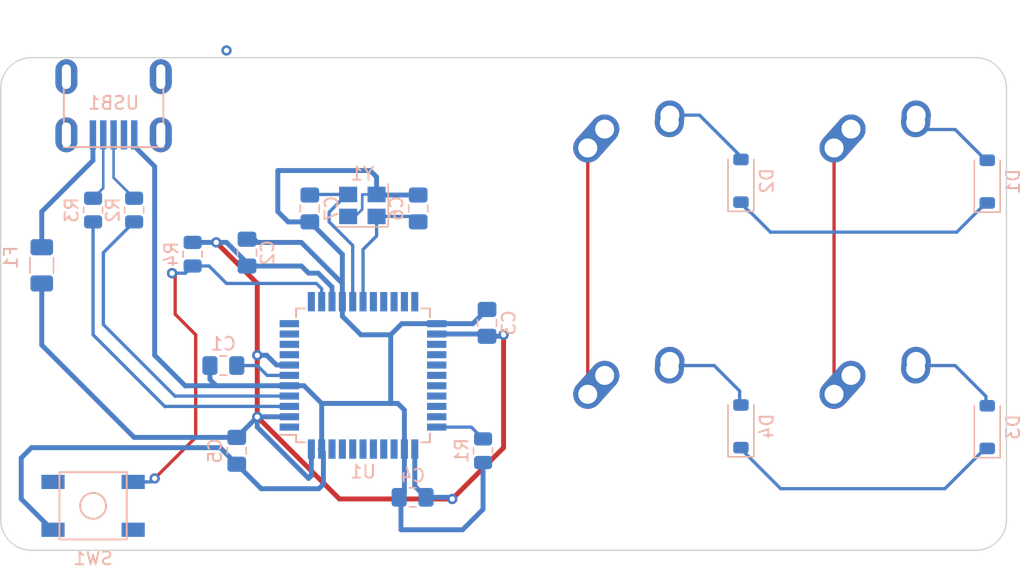
<source format=kicad_pcb>
(kicad_pcb (version 20221018) (generator pcbnew)
  (layers (0 "F.Cu" signal) (31 "B.Cu" signal) (34 "B.Paste" user) (35 "F.Paste" user) (36 "B.SilkS" user "B.Silkscreen") (37 "F.SilkS" user "F.Silkscreen") (38 "B.Mask" user) (39 "F.Mask" user) (44 "Edge.Cuts" user))
  (net 0 "")
  (net 1 "Net-(U1-UCAP)")
  (net 2 "GND")
  (net 3 "+5V")
  (net 4 "Net-(U1-XTAL1)")
  (net 5 "Net-(U1-XTAL2)")
  (net 6 "ROW0")
  (net 7 "Net-(D1-A)")
  (net 8 "Net-(D2-A)")
  (net 9 "ROW1")
  (net 10 "Net-(D3-A)")
  (net 11 "Net-(D4-A)")
  (net 12 "VCC")
  (net 13 "COL0")
  (net 14 "COL1")
  (net 15 "Net-(U1-~{HWB}{slash}PE2)")
  (net 16 "D +")
  (net 17 "Net-(U1-D+)")
  (net 18 "D -")
  (net 19 "Net-(U1-D-)")
  (net 20 "Net-(U1-~{RESET})")
  (footprint "MX_Alps_Hybrid:MX-1U-NoLED" (layer "F.Cu") (at 163.5125 104.775)
    (fp_text reference "MX2")
    (fp_text value "MX-NoLED")
    (pad "" np_thru_hole circle (at -5.08 0 48.0996) (size 1.75 1.75) (drill 1.75) (layers "*.Cu" "*.Mask"))
    (pad "" np_thru_hole circle (at 0 0) (size 3.9878 3.9878) (drill 3.9878) (layers "*.Cu" "*.Mask"))
    (pad "" np_thru_hole circle (at 5.08 0 48.0996) (size 1.75 1.75) (drill 1.75) (layers "*.Cu" "*.Mask"))
    (pad "1" thru_hole oval (at -3.81 -2.54 48.0996) (size 4.211556 2.25) (drill 1.47 (offset 0.980778 0)) (layers "*.Cu" "B.Mask") (net 14 "COL1"))
    (pad "1" thru_hole circle (at -2.5 -4) (size 2.25 2.25) (drill 1.47) (layers "*.Cu" "B.Mask") (net 14 "COL1"))
    (pad "2" thru_hole oval (at 2.5 -4.5 86.0548) (size 2.831378 2.25) (drill 1.47 (offset 0.290689 0)) (layers "*.Cu" "B.Mask") (net 8 "Net-(D2-A)"))
    (pad "2" thru_hole circle (at 2.54 -5.08) (size 2.25 2.25) (drill 1.47) (layers "*.Cu" "B.Mask") (net 8 "Net-(D2-A)"))
  )
  (footprint "MX_Alps_Hybrid:MX-1U-NoLED" (layer "F.Cu") (at 163.5125 123.825)
    (fp_text reference "MX4")
    (fp_text value "MX-NoLED")
    (pad "" np_thru_hole circle (at -5.08 0 48.0996) (size 1.75 1.75) (drill 1.75) (layers "*.Cu" "*.Mask"))
    (pad "" np_thru_hole circle (at 0 0) (size 3.9878 3.9878) (drill 3.9878) (layers "*.Cu" "*.Mask"))
    (pad "" np_thru_hole circle (at 5.08 0 48.0996) (size 1.75 1.75) (drill 1.75) (layers "*.Cu" "*.Mask"))
    (pad "1" thru_hole oval (at -3.81 -2.54 48.0996) (size 4.211556 2.25) (drill 1.47 (offset 0.980778 0)) (layers "*.Cu" "B.Mask") (net 14 "COL1"))
    (pad "1" thru_hole circle (at -2.5 -4) (size 2.25 2.25) (drill 1.47) (layers "*.Cu" "B.Mask") (net 14 "COL1"))
    (pad "2" thru_hole oval (at 2.5 -4.5 86.0548) (size 2.831378 2.25) (drill 1.47 (offset 0.290689 0)) (layers "*.Cu" "B.Mask") (net 11 "Net-(D4-A)"))
    (pad "2" thru_hole circle (at 2.54 -5.08) (size 2.25 2.25) (drill 1.47) (layers "*.Cu" "B.Mask") (net 11 "Net-(D4-A)"))
  )
  (footprint "MX_Alps_Hybrid:MX-1U-NoLED" (layer "F.Cu") (at 144.4625 123.825)
    (fp_text reference "MX3")
    (fp_text value "MX-NoLED")
    (pad "" np_thru_hole circle (at -5.08 0 48.0996) (size 1.75 1.75) (drill 1.75) (layers "*.Cu" "*.Mask"))
    (pad "" np_thru_hole circle (at 0 0) (size 3.9878 3.9878) (drill 3.9878) (layers "*.Cu" "*.Mask"))
    (pad "" np_thru_hole circle (at 5.08 0 48.0996) (size 1.75 1.75) (drill 1.75) (layers "*.Cu" "*.Mask"))
    (pad "1" thru_hole oval (at -3.81 -2.54 48.0996) (size 4.211556 2.25) (drill 1.47 (offset 0.980778 0)) (layers "*.Cu" "B.Mask") (net 13 "COL0"))
    (pad "1" thru_hole circle (at -2.5 -4) (size 2.25 2.25) (drill 1.47) (layers "*.Cu" "B.Mask") (net 13 "COL0"))
    (pad "2" thru_hole oval (at 2.5 -4.5 86.0548) (size 2.831378 2.25) (drill 1.47 (offset 0.290689 0)) (layers "*.Cu" "B.Mask") (net 10 "Net-(D3-A)"))
    (pad "2" thru_hole circle (at 2.54 -5.08) (size 2.25 2.25) (drill 1.47) (layers "*.Cu" "B.Mask") (net 10 "Net-(D3-A)"))
  )
  (footprint "MX_Alps_Hybrid:MX-1U-NoLED" (layer "F.Cu") (at 144.4625 104.775)
    (fp_text reference "MX1")
    (fp_text value "MX-NoLED")
    (pad "" np_thru_hole circle (at -5.08 0 48.0996) (size 1.75 1.75) (drill 1.75) (layers "*.Cu" "*.Mask"))
    (pad "" np_thru_hole circle (at 0 0) (size 3.9878 3.9878) (drill 3.9878) (layers "*.Cu" "*.Mask"))
    (pad "" np_thru_hole circle (at 5.08 0 48.0996) (size 1.75 1.75) (drill 1.75) (layers "*.Cu" "*.Mask"))
    (pad "1" thru_hole oval (at -3.81 -2.54 48.0996) (size 4.211556 2.25) (drill 1.47 (offset 0.980778 0)) (layers "*.Cu" "B.Mask") (net 13 "COL0"))
    (pad "1" thru_hole circle (at -2.5 -4) (size 2.25 2.25) (drill 1.47) (layers "*.Cu" "B.Mask") (net 13 "COL0"))
    (pad "2" thru_hole oval (at 2.5 -4.5 86.0548) (size 2.831378 2.25) (drill 1.47 (offset 0.290689 0)) (layers "*.Cu" "B.Mask") (net 7 "Net-(D1-A)"))
    (pad "2" thru_hole circle (at 2.54 -5.08) (size 2.25 2.25) (drill 1.47) (layers "*.Cu" "B.Mask") (net 7 "Net-(D1-A)"))
  )
  (footprint "Capacitor_SMD:C_0805_2012Metric_Pad1.18x1.45mm_HandSolder" (layer "B.Cu") (at 114.3 110.33125 90)
    (fp_text reference "C2" (at 0 1.5875 90) (layer "B.SilkS") (effects (justify mirror)))
    (fp_text value "0.1uF")
    (fp_line (start -0.261252 -0.735) (end 0.261252 -0.735) (stroke (width 0.12)) (layer "B.SilkS"))
    (fp_line (start -0.261252 0.735) (end 0.261252 0.735) (stroke (width 0.12)) (layer "B.SilkS"))
    (pad "1" smd roundrect (at -1.0375 0 90) (size 1.175 1.45) (layers "B.Cu" "B.Paste" "B.Mask") (roundrect_rratio 0.212766) (net 3 "+5V"))
    (pad "2" smd roundrect (at 1.0375 0 90) (size 1.175 1.45) (layers "B.Cu" "B.Paste" "B.Mask") (roundrect_rratio 0.212766) (net 2 "GND"))
  )
  (footprint "Capacitor_SMD:C_0805_2012Metric_Pad1.18x1.45mm_HandSolder" (layer "B.Cu") (at 127.53875 106.9125 -90)
    (fp_text reference "C6" (at 0 1.68 -270) (layer "B.SilkS") (effects (justify mirror)))
    (fp_text value "22pF")
    (fp_line (start -0.261252 -0.735) (end 0.261252 -0.735) (stroke (width 0.12)) (layer "B.SilkS"))
    (fp_line (start -0.261252 0.735) (end 0.261252 0.735) (stroke (width 0.12)) (layer "B.SilkS"))
    (pad "1" smd roundrect (at -1.0375 0 270) (size 1.175 1.45) (layers "B.Cu" "B.Paste" "B.Mask") (roundrect_rratio 0.212766) (net 2 "GND"))
    (pad "2" smd roundrect (at 1.0375 0 270) (size 1.175 1.45) (layers "B.Cu" "B.Paste" "B.Mask") (roundrect_rratio 0.212766) (net 4 "Net-(U1-XTAL1)"))
  )
  (footprint "Capacitor_SMD:C_0805_2012Metric_Pad1.18x1.45mm_HandSolder" (layer "B.Cu") (at 119.15675 106.9125 90)
    (fp_text reference "C7" (at 0 1.68 -270) (layer "B.SilkS") (effects (justify mirror)))
    (fp_text value "22pF")
    (fp_line (start -0.261252 -0.735) (end 0.261252 -0.735) (stroke (width 0.12)) (layer "B.SilkS"))
    (fp_line (start -0.261252 0.735) (end 0.261252 0.735) (stroke (width 0.12)) (layer "B.SilkS"))
    (pad "1" smd roundrect (at -1.0375 0 90) (size 1.175 1.45) (layers "B.Cu" "B.Paste" "B.Mask") (roundrect_rratio 0.212766) (net 2 "GND"))
    (pad "2" smd roundrect (at 1.0375 0 90) (size 1.175 1.45) (layers "B.Cu" "B.Paste" "B.Mask") (roundrect_rratio 0.212766) (net 5 "Net-(U1-XTAL2)"))
  )
  (footprint "Capacitor_SMD:C_0805_2012Metric_Pad1.18x1.45mm_HandSolder" (layer "B.Cu") (at 113.50625 125.65625 -90)
    (fp_text reference "C5" (at 0 1.68 -270) (layer "B.SilkS") (effects (justify mirror)))
    (fp_text value "10uF")
    (fp_line (start -0.261252 -0.735) (end 0.261252 -0.735) (stroke (width 0.12)) (layer "B.SilkS"))
    (fp_line (start -0.261252 0.735) (end 0.261252 0.735) (stroke (width 0.12)) (layer "B.SilkS"))
    (pad "1" smd roundrect (at -1.0375 0 270) (size 1.175 1.45) (layers "B.Cu" "B.Paste" "B.Mask") (roundrect_rratio 0.212766) (net 3 "+5V"))
    (pad "2" smd roundrect (at 1.0375 0 270) (size 1.175 1.45) (layers "B.Cu" "B.Paste" "B.Mask") (roundrect_rratio 0.212766) (net 2 "GND"))
  )
  (footprint "random-keyboard-parts:Molex-0548190589" (layer "B.Cu") (at 103.98125 96.71875 -90)
    (fp_text reference "USB1" (at 2.032 0 -360) (layer "B.SilkS") (effects (justify mirror)))
    (fp_text value "Molex-0548190589")
    (fp_line (start 0 -3.85) (end 5.45 -3.85) (stroke (width 0.15)) (layer "B.SilkS"))
    (fp_line (start 0 3.85) (end 5.45 3.85) (stroke (width 0.15)) (layer "B.SilkS"))
    (fp_line (start 5.45 3.85) (end 5.45 -3.85) (stroke (width 0.15)) (layer "B.SilkS"))
    (pad "1" smd rect (at 4.5 -1.6 270) (size 2.25 0.5) (layers "B.Cu" "B.Paste" "B.Mask") (net 2 "GND"))
    (pad "2" smd rect (at 4.5 -0.8 270) (size 2.25 0.5) (layers "B.Cu" "B.Paste" "B.Mask"))
    (pad "3" smd rect (at 4.5 0 270) (size 2.25 0.5) (layers "B.Cu" "B.Paste" "B.Mask") (net 16 "D +"))
    (pad "4" smd rect (at 4.5 0.8 270) (size 2.25 0.5) (layers "B.Cu" "B.Paste" "B.Mask") (net 18 "D -"))
    (pad "5" smd rect (at 4.5 1.6 270) (size 2.25 0.5) (layers "B.Cu" "B.Paste" "B.Mask") (net 12 "VCC"))
    (pad "6" thru_hole oval (at 0 -3.65 270) (size 2.7 1.7) (drill oval 1.9 0.7) (layers "*.Cu" "*.Mask"))
    (pad "6" thru_hole oval (at 0 3.65 270) (size 2.7 1.7) (drill oval 1.9 0.7) (layers "*.Cu" "*.Mask"))
    (pad "6" thru_hole oval (at 4.5 -3.65 270) (size 2.7 1.7) (drill oval 1.9 0.7) (layers "*.Cu" "*.Mask"))
    (pad "6" thru_hole oval (at 4.5 3.65 270) (size 2.7 1.7) (drill oval 1.9 0.7) (layers "*.Cu" "*.Mask"))
  )
  (footprint "Diode_SMD:D_SOD-123" (layer "B.Cu") (at 152.5 123.7625 90)
    (fp_text reference "D4" (at 0 2 90) (layer "B.SilkS") (effects (justify mirror)))
    (fp_text value "SOD-123")
    (fp_line (start -2.36 -1) (end 1.65 -1) (stroke (width 0.12)) (layer "B.SilkS"))
    (fp_line (start -2.36 1) (end -2.36 -1) (stroke (width 0.12)) (layer "B.SilkS"))
    (fp_line (start -2.36 1) (end 1.65 1) (stroke (width 0.12)) (layer "B.SilkS"))
    (pad "1" smd roundrect (at -1.65 0 90) (size 0.9 1.2) (layers "B.Cu" "B.Paste" "B.Mask") (net 9 "ROW1"))
    (pad "2" smd roundrect (at 1.65 0 90) (size 0.9 1.2) (layers "B.Cu" "B.Paste" "B.Mask") (net 11 "Net-(D4-A)"))
  )
  (footprint "Capacitor_SMD:C_0805_2012Metric_Pad1.18x1.45mm_HandSolder" (layer "B.Cu") (at 132.8625 115.7625 90)
    (fp_text reference "C3" (at 0 1.68 90) (layer "B.SilkS") (effects (justify mirror)))
    (fp_text value "0.1uF")
    (fp_line (start -0.261252 -0.735) (end 0.261252 -0.735) (stroke (width 0.12)) (layer "B.SilkS"))
    (fp_line (start -0.261252 0.735) (end 0.261252 0.735) (stroke (width 0.12)) (layer "B.SilkS"))
    (pad "1" smd roundrect (at -1.0375 0 90) (size 1.175 1.45) (layers "B.Cu" "B.Paste" "B.Mask") (roundrect_rratio 0.212766) (net 3 "+5V"))
    (pad "2" smd roundrect (at 1.0375 0 90) (size 1.175 1.45) (layers "B.Cu" "B.Paste" "B.Mask") (roundrect_rratio 0.212766) (net 2 "GND"))
  )
  (footprint "Diode_SMD:D_SOD-123" (layer "B.Cu") (at 171.55 104.8375 90)
    (fp_text reference "D1" (at 0 2 90) (layer "B.SilkS") (effects (justify mirror)))
    (fp_text value "SOD-123")
    (fp_line (start -2.36 -1) (end 1.65 -1) (stroke (width 0.12)) (layer "B.SilkS"))
    (fp_line (start -2.36 1) (end -2.36 -1) (stroke (width 0.12)) (layer "B.SilkS"))
    (fp_line (start -2.36 1) (end 1.65 1) (stroke (width 0.12)) (layer "B.SilkS"))
    (pad "1" smd roundrect (at -1.65 0 90) (size 0.9 1.2) (layers "B.Cu" "B.Paste" "B.Mask") (net 6 "ROW0"))
    (pad "2" smd roundrect (at 1.65 0 90) (size 0.9 1.2) (layers "B.Cu" "B.Paste" "B.Mask") (net 7 "Net-(D1-A)"))
  )
  (footprint "Resistor_SMD:R_0805_2012Metric" (layer "B.Cu") (at 105.56875 107.0375 -90)
    (fp_text reference "R2" (at 0 1.65 90) (layer "B.SilkS") (effects (justify mirror)))
    (fp_text value "22")
    (fp_line (start -0.227064 -0.735) (end 0.227064 -0.735) (stroke (width 0.12)) (layer "B.SilkS"))
    (fp_line (start -0.227064 0.735) (end 0.227064 0.735) (stroke (width 0.12)) (layer "B.SilkS"))
    (pad "1" smd roundrect (at -0.9125 0 270) (size 1.025 1.4) (layers "B.Cu" "B.Paste" "B.Mask") (roundrect_rratio 0.243902) (net 16 "D +"))
    (pad "2" smd roundrect (at 0.9125 0 270) (size 1.025 1.4) (layers "B.Cu" "B.Paste" "B.Mask") (roundrect_rratio 0.243902) (net 17 "Net-(U1-D+)"))
  )
  (footprint "Capacitor_SMD:C_0805_2012Metric_Pad1.18x1.45mm_HandSolder" (layer "B.Cu") (at 112.46875 119.0625 180)
    (fp_text reference "C1" (at 0 1.68) (layer "B.SilkS") (effects (justify mirror)))
    (fp_text value "1uF")
    (fp_line (start -0.261252 -0.735) (end 0.261252 -0.735) (stroke (width 0.12)) (layer "B.SilkS"))
    (fp_line (start -0.261252 0.735) (end 0.261252 0.735) (stroke (width 0.12)) (layer "B.SilkS"))
    (pad "1" smd roundrect (at -1.0375 0 180) (size 1.175 1.45) (layers "B.Cu" "B.Paste" "B.Mask") (roundrect_rratio 0.212766) (net 1 "Net-(U1-UCAP)"))
    (pad "2" smd roundrect (at 1.0375 0 180) (size 1.175 1.45) (layers "B.Cu" "B.Paste" "B.Mask") (roundrect_rratio 0.212766) (net 2 "GND"))
  )
  (footprint "Resistor_SMD:R_0805_2012Metric" (layer "B.Cu") (at 110.09375 110.45 -90)
    (fp_text reference "R4" (at 0 1.65 90) (layer "B.SilkS") (effects (justify mirror)))
    (fp_text value "10k")
    (fp_line (start -0.227064 -0.735) (end 0.227064 -0.735) (stroke (width 0.12)) (layer "B.SilkS"))
    (fp_line (start -0.227064 0.735) (end 0.227064 0.735) (stroke (width 0.12)) (layer "B.SilkS"))
    (pad "1" smd roundrect (at -0.9125 0 270) (size 1.025 1.4) (layers "B.Cu" "B.Paste" "B.Mask") (roundrect_rratio 0.243902) (net 3 "+5V"))
    (pad "2" smd roundrect (at 0.9125 0 270) (size 1.025 1.4) (layers "B.Cu" "B.Paste" "B.Mask") (roundrect_rratio 0.243902) (net 20 "Net-(U1-~{RESET})"))
  )
  (footprint "Diode_SMD:D_SOD-123" (layer "B.Cu") (at 152.5 104.775 90)
    (fp_text reference "D2" (at 0 2 90) (layer "B.SilkS") (effects (justify mirror)))
    (fp_text value "SOD-123")
    (fp_line (start -2.36 -1) (end 1.65 -1) (stroke (width 0.12)) (layer "B.SilkS"))
    (fp_line (start -2.36 1) (end -2.36 -1) (stroke (width 0.12)) (layer "B.SilkS"))
    (fp_line (start -2.36 1) (end 1.65 1) (stroke (width 0.12)) (layer "B.SilkS"))
    (pad "1" smd roundrect (at -1.65 0 90) (size 0.9 1.2) (layers "B.Cu" "B.Paste" "B.Mask") (net 6 "ROW0"))
    (pad "2" smd roundrect (at 1.65 0 90) (size 0.9 1.2) (layers "B.Cu" "B.Paste" "B.Mask") (net 8 "Net-(D2-A)"))
  )
  (footprint "Package_QFP:TQFP-44_10x10mm_P0.8mm" (layer "B.Cu") (at 123.274 119.82325)
    (fp_text reference "U1" (at 0 7.45 -360) (layer "B.SilkS") (effects (justify mirror)))
    (fp_text value "ATmega32U4-A")
    (fp_line (start -5.175 -5.175) (end -5.175 -4.5) (stroke (width 0.15)) (layer "B.SilkS"))
    (fp_line (start -5.175 -5.175) (end -4.5 -5.175) (stroke (width 0.15)) (layer "B.SilkS"))
    (fp_line (start -5.175 4.6) (end -6.45 4.6) (stroke (width 0.15)) (layer "B.SilkS"))
    (fp_line (start -5.175 5.175) (end -5.175 4.6) (stroke (width 0.15)) (layer "B.SilkS"))
    (fp_line (start -5.175 5.175) (end -4.5 5.175) (stroke (width 0.15)) (layer "B.SilkS"))
    (fp_line (start 5.175 -5.175) (end 4.5 -5.175) (stroke (width 0.15)) (layer "B.SilkS"))
    (fp_line (start 5.175 -5.175) (end 5.175 -4.5) (stroke (width 0.15)) (layer "B.SilkS"))
    (fp_line (start 5.175 5.175) (end 4.5 5.175) (stroke (width 0.15)) (layer "B.SilkS"))
    (fp_line (start 5.175 5.175) (end 5.175 4.5) (stroke (width 0.15)) (layer "B.SilkS"))
    (pad "1" smd rect (at -5.7 4) (size 1.5 0.55) (layers "B.Cu" "B.Paste" "B.Mask"))
    (pad "2" smd rect (at -5.7 3.2) (size 1.5 0.55) (layers "B.Cu" "B.Paste" "B.Mask") (net 3 "+5V"))
    (pad "3" smd rect (at -5.7 2.4) (size 1.5 0.55) (layers "B.Cu" "B.Paste" "B.Mask") (net 19 "Net-(U1-D-)"))
    (pad "4" smd rect (at -5.7 1.6) (size 1.5 0.55) (layers "B.Cu" "B.Paste" "B.Mask") (net 17 "Net-(U1-D+)"))
    (pad "5" smd rect (at -5.7 0.8) (size 1.5 0.55) (layers "B.Cu" "B.Paste" "B.Mask") (net 2 "GND"))
    (pad "6" smd rect (at -5.7 0) (size 1.5 0.55) (layers "B.Cu" "B.Paste" "B.Mask") (net 1 "Net-(U1-UCAP)"))
    (pad "7" smd rect (at -5.7 -0.8) (size 1.5 0.55) (layers "B.Cu" "B.Paste" "B.Mask") (net 3 "+5V"))
    (pad "8" smd rect (at -5.7 -1.6) (size 1.5 0.55) (layers "B.Cu" "B.Paste" "B.Mask"))
    (pad "9" smd rect (at -5.7 -2.4) (size 1.5 0.55) (layers "B.Cu" "B.Paste" "B.Mask"))
    (pad "10" smd rect (at -5.7 -3.2) (size 1.5 0.55) (layers "B.Cu" "B.Paste" "B.Mask"))
    (pad "11" smd rect (at -5.7 -4) (size 1.5 0.55) (layers "B.Cu" "B.Paste" "B.Mask"))
    (pad "12" smd rect (at -4 -5.7 270) (size 1.5 0.55) (layers "B.Cu" "B.Paste" "B.Mask"))
    (pad "13" smd rect (at -3.2 -5.7 270) (size 1.5 0.55) (layers "B.Cu" "B.Paste" "B.Mask") (net 20 "Net-(U1-~{RESET})"))
    (pad "14" smd rect (at -2.4 -5.7 270) (size 1.5 0.55) (layers "B.Cu" "B.Paste" "B.Mask") (net 3 "+5V"))
    (pad "15" smd rect (at -1.6 -5.7 270) (size 1.5 0.55) (layers "B.Cu" "B.Paste" "B.Mask") (net 2 "GND"))
    (pad "16" smd rect (at -0.8 -5.7 270) (size 1.5 0.55) (layers "B.Cu" "B.Paste" "B.Mask") (net 5 "Net-(U1-XTAL2)"))
    (pad "17" smd rect (at 0 -5.7 270) (size 1.5 0.55) (layers "B.Cu" "B.Paste" "B.Mask") (net 4 "Net-(U1-XTAL1)"))
    (pad "18" smd rect (at 0.8 -5.7 270) (size 1.5 0.55) (layers "B.Cu" "B.Paste" "B.Mask"))
    (pad "19" smd rect (at 1.6 -5.7 270) (size 1.5 0.55) (layers "B.Cu" "B.Paste" "B.Mask"))
    (pad "20" smd rect (at 2.4 -5.7 270) (size 1.5 0.55) (layers "B.Cu" "B.Paste" "B.Mask"))
    (pad "21" smd rect (at 3.2 -5.7 270) (size 1.5 0.55) (layers "B.Cu" "B.Paste" "B.Mask"))
    (pad "22" smd rect (at 4 -5.7 270) (size 1.5 0.55) (layers "B.Cu" "B.Paste" "B.Mask"))
    (pad "23" smd rect (at 5.7 -4) (size 1.5 0.55) (layers "B.Cu" "B.Paste" "B.Mask") (net 2 "GND"))
    (pad "24" smd rect (at 5.7 -3.2) (size 1.5 0.55) (layers "B.Cu" "B.Paste" "B.Mask") (net 3 "+5V"))
    (pad "25" smd rect (at 5.7 -2.4) (size 1.5 0.55) (layers "B.Cu" "B.Paste" "B.Mask"))
    (pad "26" smd rect (at 5.7 -1.6) (size 1.5 0.55) (layers "B.Cu" "B.Paste" "B.Mask"))
    (pad "27" smd rect (at 5.7 -0.8) (size 1.5 0.55) (layers "B.Cu" "B.Paste" "B.Mask"))
    (pad "28" smd rect (at 5.7 0) (size 1.5 0.55) (layers "B.Cu" "B.Paste" "B.Mask"))
    (pad "29" smd rect (at 5.7 0.8) (size 1.5 0.55) (layers "B.Cu" "B.Paste" "B.Mask"))
    (pad "30" smd rect (at 5.7 1.6) (size 1.5 0.55) (layers "B.Cu" "B.Paste" "B.Mask"))
    (pad "31" smd rect (at 5.7 2.4) (size 1.5 0.55) (layers "B.Cu" "B.Paste" "B.Mask"))
    (pad "32" smd rect (at 5.7 3.2) (size 1.5 0.55) (layers "B.Cu" "B.Paste" "B.Mask"))
    (pad "33" smd rect (at 5.7 4) (size 1.5 0.55) (layers "B.Cu" "B.Paste" "B.Mask") (net 15 "Net-(U1-~{HWB}{slash}PE2)"))
    (pad "34" smd rect (at 4 5.7 270) (size 1.5 0.55) (layers "B.Cu" "B.Paste" "B.Mask") (net 3 "+5V"))
    (pad "35" smd rect (at 3.2 5.7 270) (size 1.5 0.55) (layers "B.Cu" "B.Paste" "B.Mask") (net 2 "GND"))
    (pad "36" smd rect (at 2.4 5.7 270) (size 1.5 0.55) (layers "B.Cu" "B.Paste" "B.Mask"))
    (pad "37" smd rect (at 1.6 5.7 270) (size 1.5 0.55) (layers "B.Cu" "B.Paste" "B.Mask"))
    (pad "38" smd rect (at 0.8 5.7 270) (size 1.5 0.55) (layers "B.Cu" "B.Paste" "B.Mask"))
    (pad "39" smd rect (at 0 5.7 270) (size 1.5 0.55) (layers "B.Cu" "B.Paste" "B.Mask"))
    (pad "40" smd rect (at -0.8 5.7 270) (size 1.5 0.55) (layers "B.Cu" "B.Paste" "B.Mask"))
    (pad "41" smd rect (at -1.6 5.7 270) (size 1.5 0.55) (layers "B.Cu" "B.Paste" "B.Mask"))
    (pad "42" smd rect (at -2.4 5.7 270) (size 1.5 0.55) (layers "B.Cu" "B.Paste" "B.Mask"))
    (pad "43" smd rect (at -3.2 5.7 270) (size 1.5 0.55) (layers "B.Cu" "B.Paste" "B.Mask") (net 2 "GND"))
    (pad "44" smd rect (at -4 5.7 270) (size 1.5 0.55) (layers "B.Cu" "B.Paste" "B.Mask") (net 3 "+5V"))
  )
  (footprint "Fuse:Fuse_1206_3216Metric" (layer "B.Cu") (at 98.425 111.3125 -90)
    (fp_text reference "F1" (at -0.60625 2.38125 90) (layer "B.SilkS") (effects (justify mirror)))
    (fp_text value "500mA")
    (fp_line (start -0.602064 -0.91) (end 0.602064 -0.91) (stroke (width 0.12)) (layer "B.SilkS"))
    (fp_line (start -0.602064 0.91) (end 0.602064 0.91) (stroke (width 0.12)) (layer "B.SilkS"))
    (pad "1" smd roundrect (at -1.4 0 270) (size 1.25 1.75) (layers "B.Cu" "B.Paste" "B.Mask") (roundrect_rratio 0.2) (net 12 "VCC"))
    (pad "2" smd roundrect (at 1.4 0 270) (size 1.25 1.75) (layers "B.Cu" "B.Paste" "B.Mask") (roundrect_rratio 0.2) (net 3 "+5V"))
  )
  (footprint "Resistor_SMD:R_0805_2012Metric" (layer "B.Cu") (at 102.39375 107.0375 -90)
    (fp_text reference "R3" (at 0 1.65 90) (layer "B.SilkS") (effects (justify mirror)))
    (fp_text value "22")
    (fp_line (start -0.227064 -0.735) (end 0.227064 -0.735) (stroke (width 0.12)) (layer "B.SilkS"))
    (fp_line (start -0.227064 0.735) (end 0.227064 0.735) (stroke (width 0.12)) (layer "B.SilkS"))
    (pad "1" smd roundrect (at -0.9125 0 270) (size 1.025 1.4) (layers "B.Cu" "B.Paste" "B.Mask") (roundrect_rratio 0.243902) (net 18 "D -"))
    (pad "2" smd roundrect (at 0.9125 0 270) (size 1.025 1.4) (layers "B.Cu" "B.Paste" "B.Mask") (roundrect_rratio 0.243902) (net 19 "Net-(U1-D-)"))
  )
  (footprint "Resistor_SMD:R_0805_2012Metric" (layer "B.Cu") (at 132.55625 125.65 -90)
    (fp_text reference "R1" (at 0 1.65 90) (layer "B.SilkS") (effects (justify mirror)))
    (fp_text value "10k")
    (fp_line (start -0.227064 -0.735) (end 0.227064 -0.735) (stroke (width 0.12)) (layer "B.SilkS"))
    (fp_line (start -0.227064 0.735) (end 0.227064 0.735) (stroke (width 0.12)) (layer "B.SilkS"))
    (pad "1" smd roundrect (at -0.9125 0 270) (size 1.025 1.4) (layers "B.Cu" "B.Paste" "B.Mask") (roundrect_rratio 0.243902) (net 15 "Net-(U1-~{HWB}{slash}PE2)"))
    (pad "2" smd roundrect (at 0.9125 0 270) (size 1.025 1.4) (layers "B.Cu" "B.Paste" "B.Mask") (roundrect_rratio 0.243902) (net 2 "GND"))
  )
  (footprint "Diode_SMD:D_SOD-123" (layer "B.Cu") (at 171.55 123.825 90)
    (fp_text reference "D3" (at 0 2 90) (layer "B.SilkS") (effects (justify mirror)))
    (fp_text value "SOD-123")
    (fp_line (start -2.36 -1) (end 1.65 -1) (stroke (width 0.12)) (layer "B.SilkS"))
    (fp_line (start -2.36 1) (end -2.36 -1) (stroke (width 0.12)) (layer "B.SilkS"))
    (fp_line (start -2.36 1) (end 1.65 1) (stroke (width 0.12)) (layer "B.SilkS"))
    (pad "1" smd roundrect (at -1.65 0 90) (size 0.9 1.2) (layers "B.Cu" "B.Paste" "B.Mask") (net 9 "ROW1"))
    (pad "2" smd roundrect (at 1.65 0 90) (size 0.9 1.2) (layers "B.Cu" "B.Paste" "B.Mask") (net 10 "Net-(D3-A)"))
  )
  (footprint "Capacitor_SMD:C_0805_2012Metric_Pad1.18x1.45mm_HandSolder" (layer "B.Cu") (at 127.1055 129.25425 180)
    (fp_text reference "C4" (at 0 1.68 -360) (layer "B.SilkS") (effects (justify mirror)))
    (fp_text value "0.1uF")
    (fp_line (start -0.261252 -0.735) (end 0.261252 -0.735) (stroke (width 0.12)) (layer "B.SilkS"))
    (fp_line (start -0.261252 0.735) (end 0.261252 0.735) (stroke (width 0.12)) (layer "B.SilkS"))
    (pad "1" smd roundrect (at -1.0375 0 180) (size 1.175 1.45) (layers "B.Cu" "B.Paste" "B.Mask") (roundrect_rratio 0.212766) (net 3 "+5V"))
    (pad "2" smd roundrect (at 1.0375 0 180) (size 1.175 1.45) (layers "B.Cu" "B.Paste" "B.Mask") (roundrect_rratio 0.212766) (net 2 "GND"))
  )
  (footprint "random-keyboard-parts:SKQG-1155865" (layer "B.Cu") (at 102.39375 129.9125 180)
    (fp_text reference "SW1" (at 0 -4.064) (layer "B.SilkS") (effects (justify mirror)))
    (fp_text value "SW_Push")
    (fp_line (start -2.6 -2.6) (end -2.6 2.6) (stroke (width 0.15)) (layer "B.SilkS"))
    (fp_line (start -2.6 2.6) (end 2.6 2.6) (stroke (width 0.15)) (layer "B.SilkS"))
    (fp_line (start 2.6 -2.6) (end -2.6 -2.6) (stroke (width 0.15)) (layer "B.SilkS"))
    (fp_line (start 2.6 2.6) (end 2.6 -2.6) (stroke (width 0.15)) (layer "B.SilkS"))
    (fp_circle (center 0 0) (end 1 0) (stroke (width 0.15)) (fill none) (layer "B.SilkS"))
    (pad "1" smd rect (at 3.1 -1.85 180) (size 1.8 1.1) (layers "B.Cu" "B.Paste" "B.Mask") (net 2 "GND"))
    (pad "2" smd rect (at -3.1 1.85 180) (size 1.8 1.1) (layers "B.Cu" "B.Paste" "B.Mask") (net 20 "Net-(U1-~{RESET})"))
    (pad "3" smd rect (at 3.1 1.85 180) (size 1.8 1.1) (layers "B.Cu" "B.Paste" "B.Mask"))
    (pad "4" smd rect (at -3.1 -1.85 180) (size 1.8 1.1) (layers "B.Cu" "B.Paste" "B.Mask"))
  )
  (footprint "Crystal:Crystal_SMD_3225-4Pin_3.2x2.5mm" (layer "B.Cu") (at 123.22075 106.68 180)
    (fp_text reference "Y1" (at 0 2.45 -360) (layer "B.SilkS") (effects (justify mirror)))
    (fp_text value "16MHz")
    (fp_line (start -2 -1.65) (end 2 -1.65) (stroke (width 0.12)) (layer "B.SilkS"))
    (fp_line (start -2 1.65) (end -2 -1.65) (stroke (width 0.12)) (layer "B.SilkS"))
    (pad "1" smd rect (at -1.1 -0.85 180) (size 1.4 1.2) (layers "B.Cu" "B.Paste" "B.Mask") (net 4 "Net-(U1-XTAL1)"))
    (pad "2" smd rect (at 1.1 -0.85 180) (size 1.4 1.2) (layers "B.Cu" "B.Paste" "B.Mask") (net 2 "GND"))
    (pad "3" smd rect (at 1.1 0.85 180) (size 1.4 1.2) (layers "B.Cu" "B.Paste" "B.Mask") (net 5 "Net-(U1-XTAL2)"))
    (pad "4" smd rect (at -1.1 0.85 180) (size 1.4 1.2) (layers "B.Cu" "B.Paste" "B.Mask") (net 2 "GND"))
  )
  (gr_arc (start 97.63125 133.35) (mid 95.947452 132.652548) (end 95.25 130.96875) (stroke (width 0.1)) (layer "Edge.Cuts"))
  (gr_arc (start 173.0375 130.96875) (mid 172.340048 132.652548) (end 170.65625 133.35) (stroke (width 0.1)) (layer "Edge.Cuts"))
  (gr_line (start 170.65625 133.35) (end 97.63125 133.35) (stroke (width 0.1)) (layer "Edge.Cuts"))
  (gr_line (start 173.0375 97.63125) (end 173.0375 130.96875) (stroke (width 0.1)) (layer "Edge.Cuts"))
  (gr_arc (start 170.65625 95.25) (mid 172.340048 95.947452) (end 173.0375 97.63125) (stroke (width 0.1)) (layer "Edge.Cuts"))
  (gr_arc (start 95.25 97.63125) (mid 95.947452 95.947452) (end 97.63125 95.25) (stroke (width 0.1)) (layer "Edge.Cuts"))
  (gr_line (start 95.25 97.63125) (end 95.25 130.96875) (stroke (width 0.1)) (layer "Edge.Cuts"))
  (gr_line (start 170.65625 95.25) (end 97.63125 95.25) (stroke (width 0.1)) (layer "Edge.Cuts"))
  (segment (start 113.50625 119.0625) (end 115.09375 119.0625) (width 0.254) (layer "B.Cu") (net 1))
  (segment (start 115.09375 119.0625) (end 115.8545 119.82325) (width 0.254) (layer "B.Cu") (net 1))
  (segment (start 115.8545 119.82325) (end 117.574 119.82325) (width 0.254) (layer "B.Cu") (net 1))
  (segment (start 119.967 125.52325) (end 120.2085 125.76475) (width 0.381) (layer "B.Cu") (net 2))
  (segment (start 116.68125 103.98125) (end 116.68125 107.15625) (width 0.381) (layer "B.Cu") (net 2))
  (segment (start 126.20625 131.7625) (end 126.20625 129.3925) (width 0.381) (layer "B.Cu") (net 2))
  (segment (start 118.499 109.5375) (end 121.674 112.7125) (width 0.381) (layer "B.Cu") (net 2))
  (segment (start 107.15625 103.66875) (end 107.15625 118.26875) (width 0.381) (layer "B.Cu") (net 2))
  (segment (start 127.53875 105.875) (end 124.36575 105.875) (width 0.381) (layer "B.Cu") (net 2))
  (segment (start 116.68125 107.15625) (end 117.475 107.95) (width 0.381) (layer "B.Cu") (net 2))
  (segment (start 125.961 121.99225) (end 125.4125 121.99225) (width 0.381) (layer "B.Cu") (net 2))
  (segment (start 96.8375 129.38125) (end 96.8375 126.20625) (width 0.381) (layer "B.Cu") (net 2))
  (segment (start 105.58125 101.21875) (end 105.58125 102.09375) (width 0.381) (layer "B.Cu") (net 2))
  (segment (start 97.63125 125.4125) (end 112.225 125.4125) (width 0.381) (layer "B.Cu") (net 2))
  (segment (start 121.674 114.12325) (end 121.674 112.7125) (width 0.381) (layer "B.Cu") (net 2))
  (segment (start 120.2085 125.76475) (end 120.2085 128.23525) (width 0.381) (layer "B.Cu") (net 2))
  (segment (start 119.57675 107.53) (end 119.15675 107.95) (width 0.381) (layer "B.Cu") (net 2))
  (segment (start 132.55625 126.5625) (end 132.55625 130.175) (width 0.381) (layer "B.Cu") (net 2))
  (segment (start 111.91875 120.62325) (end 117.574 120.62325) (width 0.381) (layer "B.Cu") (net 2))
  (segment (start 123.21125 106.97625) (end 122.6575 107.53) (width 0.2032) (layer "B.Cu") (net 2))
  (segment (start 99.29375 131.7625) (end 99.21875 131.7625) (width 0.381) (layer "B.Cu") (net 2))
  (segment (start 124.36575 105.875) (end 124.32075 105.83) (width 0.381) (layer "B.Cu") (net 2))
  (segment (start 126.2705 115.82325) (end 128.974 115.82325) (width 0.381) (layer "B.Cu") (net 2))
  (segment (start 126.474 122.50525) (end 125.961 121.99225) (width 0.381) (layer "B.Cu") (net 2))
  (segment (start 119.85625 128.5875) (end 115.4 128.5875) (width 0.381) (layer "B.Cu") (net 2))
  (segment (start 121.674 115.25425) (end 123.101 116.68125) (width 0.381) (layer "B.Cu") (net 2))
  (segment (start 112.225 125.4125) (end 113.50625 126.69375) (width 0.381) (layer "B.Cu") (net 2))
  (segment (start 114.3 109.29375) (end 114.85 109.29375) (width 0.381) (layer "B.Cu") (net 2))
  (segment (start 96.8375 126.20625) (end 97.63125 125.4125) (width 0.381) (layer "B.Cu") (net 2))
  (segment (start 107.15625 118.26875) (end 109.5375 120.65) (width 0.381) (layer "B.Cu") (net 2))
  (segment (start 111.43125 119.0625) (end 111.43125 120.13575) (width 0.381) (layer "B.Cu") (net 2))
  (segment (start 125.4125 116.68125) (end 126.2705 115.82325) (width 0.381) (layer "B.Cu") (net 2))
  (segment (start 131.76425 115.82325) (end 128.974 115.82325) (width 0.381) (layer "B.Cu") (net 2))
  (segment (start 115.09375 109.5375) (end 118.499 109.5375) (width 0.381) (layer "B.Cu") (net 2))
  (segment (start 126.474 125.52325) (end 126.474 122.50525) (width 0.381) (layer "B.Cu") (net 2))
  (segment (start 118.705 120.62325) (end 117.574 120.62325) (width 0.381) (layer "B.Cu") (net 2))
  (segment (start 126.068 129.25425) (end 126.474 128.84825) (width 0.381) (layer "B.Cu") (net 2))
  (segment (start 125.4125 121.99225) (end 120.074 121.99225) (width 0.381) (layer "B.Cu") (net 2))
  (segment (start 120.2085 128.23525) (end 119.85625 128.5875) (width 0.381) (layer "B.Cu") (net 2))
  (segment (start 121.674 114.12325) (end 121.674 115.25425) (width 0.381) (layer "B.Cu") (net 2))
  (segment (start 120.074 125.52325) (end 119.967 125.52325) (width 0.381) (layer "B.Cu") (net 2))
  (segment (start 111.43125 120.13575) (end 111.91875 120.62325) (width 0.381) (layer "B.Cu") (net 2))
  (segment (start 121.674 110.46725) (end 119.15675 107.95) (width 0.381) (layer "B.Cu") (net 2))
  (segment (start 124.32075 104.477) (end 123.825 103.98125) (width 0.381) (layer "B.Cu") (net 2))
  (segment (start 114.85 109.29375) (end 115.09375 109.5375) (width 0.381) (layer "B.Cu") (net 2))
  (segment (start 99.21875 131.7625) (end 96.8375 129.38125) (width 0.381) (layer "B.Cu") (net 2))
  (segment (start 109.5375 120.65) (end 109.56425 120.62325) (width 0.381) (layer "B.Cu") (net 2))
  (segment (start 130.96875 131.7625) (end 126.20625 131.7625) (width 0.381) (layer "B.Cu") (net 2))
  (segment (start 132.55625 130.175) (end 130.96875 131.7625) (width 0.381) (layer "B.Cu") (net 2))
  (segment (start 120.074 121.99225) (end 118.705 120.62325) (width 0.381) (layer "B.Cu") (net 2))
  (segment (start 124.32075 105.83) (end 124.32075 104.477) (width 0.381) (layer "B.Cu") (net 2))
  (segment (start 123.825 103.98125) (end 116.68125 103.98125) (width 0.381) (layer "B.Cu") (net 2))
  (segment (start 123.21125 105.8585) (end 123.21125 106.97625) (width 0.2032) (layer "B.Cu") (net 2))
  (segment (start 132.8625 114.725) (end 131.76425 115.82325) (width 0.381) (layer "B.Cu") (net 2))
  (segment (start 126.474 128.84825) (end 126.474 125.52325) (width 0.381) (layer "B.Cu") (net 2))
  (segment (start 124.32075 105.83) (end 123.23975 105.83) (width 0.2032) (layer "B.Cu") (net 2))
  (segment (start 123.23975 105.83) (end 123.21125 105.8585) (width 0.2032) (layer "B.Cu") (net 2))
  (segment (start 115.4 128.5875) (end 113.50625 126.69375) (width 0.381) (layer "B.Cu") (net 2))
  (segment (start 109.56425 120.62325) (end 111.91875 120.62325) (width 0.381) (layer "B.Cu") (net 2))
  (segment (start 126.20625 129.3925) (end 126.068 129.25425) (width 0.381) (layer "B.Cu") (net 2))
  (segment (start 122.6575 107.53) (end 122.12075 107.53) (width 0.2032) (layer "B.Cu") (net 2))
  (segment (start 120.074 125.52325) (end 120.074 121.99225) (width 0.381) (layer "B.Cu") (net 2))
  (segment (start 117.475 107.95) (end 119.15675 107.95) (width 0.381) (layer "B.Cu") (net 2))
  (segment (start 125.4125 121.99225) (end 125.4125 116.68125) (width 0.381) (layer "B.Cu") (net 2))
  (segment (start 121.674 112.7125) (end 121.674 110.46725) (width 0.381) (layer "B.Cu") (net 2))
  (segment (start 123.101 116.68125) (end 125.4125 116.68125) (width 0.381) (layer "B.Cu") (net 2))
  (segment (start 105.58125 102.09375) (end 107.15625 103.66875) (width 0.381) (layer "B.Cu") (net 2))
  (segment (start 134.14375 116.68125) (end 134.14375 125.4125) (width 0.381) (layer "F.Cu") (net 3))
  (segment (start 115.09375 123.03125) (end 115.09375 118.26875) (width 0.381) (layer "F.Cu") (net 3))
  (segment (start 121.44375 129.38125) (end 130.175 129.38125) (width 0.381) (layer "F.Cu") (net 3))
  (segment (start 115.09375 123.03125) (end 121.44375 129.38125) (width 0.381) (layer "F.Cu") (net 3))
  (segment (start 115.09375 112.7125) (end 111.91875 109.5375) (width 0.381) (layer "F.Cu") (net 3))
  (segment (start 134.14375 125.4125) (end 130.175 129.38125) (width 0.381) (layer "F.Cu") (net 3))
  (segment (start 115.09375 118.26875) (end 115.09375 112.7125) (width 0.381) (layer "F.Cu") (net 3))
  (segment (start 130.175 129.38125) (end 129.38125 129.38125) (width 0.381) (layer "F.Cu") (net 3))
  (via (at 115.09375 118.26875) (size 0.8) (drill 0.4) (layers "F.Cu" "B.Cu") (net 3))
  (via (at 111.91875 109.5375) (size 0.8) (drill 0.4) (layers "F.Cu" "B.Cu") (net 3))
  (via (at 115.09375 123.03125) (size 0.8) (drill 0.4) (layers "F.Cu" "B.Cu") (net 3))
  (via (at 112.7125 94.69375) (size 0.8) (drill 0.4) (layers "F.Cu" "B.Cu") (net 3))
  (via (at 134.14375 116.68125) (size 0.8) (drill 0.4) (layers "F.Cu" "B.Cu") (net 3))
  (via (at 130.175 129.38125) (size 0.8) (drill 0.4) (layers "F.Cu" "B.Cu") (net 3))
  (segment (start 127.274 128.38525) (end 128.143 129.25425) (width 0.381) (layer "B.Cu") (net 3))
  (segment (start 98.425 117.475) (end 105.56875 124.61875) (width 0.381) (layer "B.Cu") (net 3))
  (segment (start 119.274 127.58225) (end 119.0625 127.79375) (width 0.381) (layer "B.Cu") (net 3))
  (segment (start 115.09375 123.825) (end 115.09375 123.03125) (width 0.381) (layer "B.Cu") (net 3))
  (segment (start 119.0625 127.79375) (end 115.09375 123.825) (width 0.381) (layer "B.Cu") (net 3))
  (segment (start 98.425 112.7125) (end 98.425 117.475) (width 0.381) (layer "B.Cu") (net 3))
  (segment (start 118.5125 111.36875) (end 114.3 111.36875) (width 0.381) (layer "B.Cu") (net 3))
  (segment (start 115.10175 123.02325) (end 117.574 123.02325) (width 0.381) (layer "B.Cu") (net 3))
  (segment (start 115.10175 123.02325) (end 115.09375 123.03125) (width 0.381) (layer "B.Cu") (net 3))
  (segment (start 130.048 129.25425) (end 130.175 129.38125) (width 0.381) (layer "B.Cu") (net 3))
  (segment (start 127.274 125.52325) (end 127.274 128.38525) (width 0.381) (layer "B.Cu") (net 3))
  (segment (start 112.7125 109.5375) (end 111.91875 109.5375) (width 0.381) (layer "B.Cu") (net 3))
  (segment (start 114.3 111.36875) (end 114.3 111.125) (width 0.381) (layer "B.Cu") (net 3))
  (segment (start 116.580106 119.02325) (end 115.825606 118.26875) (width 0.381) (layer "B.Cu") (net 3))
  (segment (start 114.3 111.125) (end 112.7125 109.5375) (width 0.381) (layer "B.Cu") (net 3))
  (segment (start 128.143 129.25425) (end 130.048 129.25425) (width 0.381) (layer "B.Cu") (net 3))
  (segment (start 132.8625 116.8) (end 132.68575 116.62325) (width 0.381) (layer "B.Cu") (net 3))
  (segment (start 113.50625 124.61875) (end 115.09375 123.03125) (width 0.381) (layer "B.Cu") (net 3))
  (segment (start 132.8625 116.8) (end 134.025 116.8) (width 0.381) (layer "B.Cu") (net 3))
  (segment (start 110.09375 109.5375) (end 111.91875 109.5375) (width 0.381) (layer "B.Cu") (net 3))
  (segment (start 105.56875 124.61875) (end 113.50625 124.61875) (width 0.381) (layer "B.Cu") (net 3))
  (segment (start 115.825606 118.26875) (end 115.09375 118.26875) (width 0.381) (layer "B.Cu") (net 3))
  (segment (start 119.0625 111.91875) (end 118.5125 111.36875) (width 0.381) (layer "B.Cu") (net 3))
  (segment (start 119.8005 111.91875) (end 119.0625 111.91875) (width 0.381) (layer "B.Cu") (net 3))
  (segment (start 134.025 116.8) (end 134.14375 116.68125) (width 0.381) (layer "B.Cu") (net 3))
  (segment (start 120.874 112.99225) (end 119.8005 111.91875) (width 0.381) (layer "B.Cu") (net 3))
  (segment (start 120.874 114.12325) (end 120.874 112.99225) (width 0.381) (layer "B.Cu") (net 3))
  (segment (start 119.274 125.52325) (end 119.274 127.58225) (width 0.381) (layer "B.Cu") (net 3))
  (segment (start 132.68575 116.62325) (end 128.974 116.62325) (width 0.381) (layer "B.Cu") (net 3))
  (segment (start 117.574 119.02325) (end 116.580106 119.02325) (width 0.381) (layer "B.Cu") (net 3))
  (segment (start 127.53875 107.95) (end 127.11875 107.53) (width 0.254) (layer "B.Cu") (net 4))
  (segment (start 124.32075 109.04175) (end 123.274 110.0885) (width 0.254) (layer "B.Cu") (net 4))
  (segment (start 127.11875 107.53) (end 124.32075 107.53) (width 0.254) (layer "B.Cu") (net 4))
  (segment (start 123.274 110.0885) (end 123.274 114.12325) (width 0.254) (layer "B.Cu") (net 4))
  (segment (start 124.32075 107.53) (end 124.32075 109.04175) (width 0.254) (layer "B.Cu") (net 4))
  (segment (start 122.02075 105.83) (end 120.65 107.20075) (width 0.254) (layer "B.Cu") (net 5))
  (segment (start 122.474 109.774) (end 122.474 114.12325) (width 0.254) (layer "B.Cu") (net 5))
  (segment (start 120.65 107.20075) (end 120.65 107.95) (width 0.254) (layer "B.Cu") (net 5))
  (segment (start 120.65 107.95) (end 122.474 109.774) (width 0.254) (layer "B.Cu") (net 5))
  (segment (start 122.12075 105.83) (end 119.20175 105.83) (width 0.254) (layer "B.Cu") (net 5))
  (segment (start 119.20175 105.83) (end 119.15675 105.875) (width 0.254) (layer "B.Cu") (net 5))
  (segment (start 122.12075 105.83) (end 122.02075 105.83) (width 0.254) (layer "B.Cu") (net 5))
  (segment (start 154.78125 108.74375) (end 169.19375 108.74375) (width 0.254) (layer "B.Cu") (net 6))
  (segment (start 169.19375 108.74375) (end 171.45 106.4875) (width 0.254) (layer "B.Cu") (net 6))
  (segment (start 153.13125 107.15625) (end 153.19375 107.15625) (width 0.254) (layer "B.Cu") (net 6))
  (segment (start 152.4 106.425) (end 153.13125 107.15625) (width 0.254) (layer "B.Cu") (net 6))
  (segment (start 153.19375 107.15625) (end 154.78125 108.74375) (width 0.254) (layer "B.Cu") (net 6))
  (segment (start 152.4 102.8) (end 152.4 103.1875) (width 0.254) (layer "B.Cu") (net 7))
  (segment (start 149.295 99.695) (end 152.4 102.8) (width 0.254) (layer "B.Cu") (net 7))
  (segment (start 147.0025 99.695) (end 149.295 99.695) (width 0.254) (layer "B.Cu") (net 7))
  (segment (start 169.06875 100.80625) (end 171.45 103.1875) (width 0.254) (layer "B.Cu") (net 8))
  (segment (start 166.0125 100.275) (end 166.54375 100.80625) (width 0.254) (layer "B.Cu") (net 8))
  (segment (start 166.54375 100.80625) (end 169.06875 100.80625) (width 0.254) (layer "B.Cu") (net 8))
  (segment (start 168.275 128.5875) (end 171.3875 125.475) (width 0.254) (layer "B.Cu") (net 9))
  (segment (start 171.3875 125.475) (end 171.45 125.475) (width 0.254) (layer "B.Cu") (net 9))
  (segment (start 152.4 125.4125) (end 155.575 128.5875) (width 0.254) (layer "B.Cu") (net 9))
  (segment (start 155.575 128.5875) (end 168.275 128.5875) (width 0.254) (layer "B.Cu") (net 9))
  (segment (start 150.4325 119.0625) (end 152.4 121.03) (width 0.254) (layer "B.Cu") (net 10))
  (segment (start 152.4 121.03) (end 152.4 122.2375) (width 0.254) (layer "B.Cu") (net 10))
  (segment (start 147.0025 118.745) (end 147.0025 118.8075) (width 0.254) (layer "B.Cu") (net 10))
  (segment (start 147.2575 119.0625) (end 150.4325 119.0625) (width 0.254) (layer "B.Cu") (net 10))
  (segment (start 147.0025 118.8075) (end 147.2575 119.0625) (width 0.254) (layer "B.Cu") (net 10))
  (segment (start 169.06875 119.0625) (end 171.45 121.44375) (width 0.254) (layer "B.Cu") (net 11))
  (segment (start 166.37 119.0625) (end 169.06875 119.0625) (width 0.254) (layer "B.Cu") (net 11))
  (segment (start 166.0525 118.745) (end 166.37 119.0625) (width 0.254) (layer "B.Cu") (net 11))
  (segment (start 171.45 121.44375) (end 171.45 122.2375) (width 0.254) (layer "B.Cu") (net 11))
  (segment (start 102.39375 103.1875) (end 98.425 107.15625) (width 0.381) (layer "B.Cu") (net 12))
  (segment (start 102.38125 103.175) (end 102.39375 103.1875) (width 0.381) (layer "B.Cu") (net 12))
  (segment (start 102.38125 101.21875) (end 102.38125 103.175) (width 0.381) (layer "B.Cu") (net 12))
  (segment (start 98.425 107.15625) (end 98.425 109.9125) (width 0.381) (layer "B.Cu") (net 12))
  (segment (start 140.6525 121.285) (end 140.6525 102.235) (width 0.254) (layer "F.Cu") (net 13))
  (segment (start 159.7025 121.285) (end 159.7025 102.235) (width 0.254) (layer "F.Cu") (net 14))
  (segment (start 132.55625 124.7375) (end 131.642 123.82325) (width 0.254) (layer "B.Cu") (net 15))
  (segment (start 131.642 123.82325) (end 128.974 123.82325) (width 0.254) (layer "B.Cu") (net 15))
  (segment (start 103.98125 101.21875) (end 103.98125 104.5375) (width 0.2) (layer "B.Cu") (net 16))
  (segment (start 103.98125 104.5375) (end 105.56875 106.125) (width 0.2) (layer "B.Cu") (net 16))
  (segment (start 108.74375 121.44375) (end 108.76425 121.42325) (width 0.254) (layer "B.Cu") (net 17))
  (segment (start 103.1875 115.8875) (end 108.74375 121.44375) (width 0.254) (layer "B.Cu") (net 17))
  (segment (start 108.76425 121.42325) (end 117.574 121.42325) (width 0.254) (layer "B.Cu") (net 17))
  (segment (start 103.1875 110.33125) (end 103.1875 115.8875) (width 0.254) (layer "B.Cu") (net 17))
  (segment (start 105.56875 107.95) (end 103.1875 110.33125) (width 0.254) (layer "B.Cu") (net 17))
  (segment (start 103.18125 101.21875) (end 103.18125 105.3375) (width 0.2) (layer "B.Cu") (net 18))
  (segment (start 103.18125 105.3375) (end 102.39375 106.125) (width 0.2) (layer "B.Cu") (net 18))
  (segment (start 107.95 122.2375) (end 107.96425 122.22325) (width 0.254) (layer "B.Cu") (net 19))
  (segment (start 102.39375 116.68125) (end 107.95 122.2375) (width 0.254) (layer "B.Cu") (net 19))
  (segment (start 102.39375 107.95) (end 102.39375 116.68125) (width 0.254) (layer "B.Cu") (net 19))
  (segment (start 107.96425 122.22325) (end 117.574 122.22325) (width 0.254) (layer "B.Cu") (net 19))
  (segment (start 110.33125 124.61875) (end 110.33125 116.68125) (width 0.254) (layer "F.Cu") (net 20))
  (segment (start 107.15625 127.79375) (end 110.33125 124.61875) (width 0.254) (layer "F.Cu") (net 20))
  (segment (start 110.33125 116.68125) (end 108.74375 115.09375) (width 0.254) (layer "F.Cu") (net 20))
  (segment (start 108.74375 115.09375) (end 108.74375 112.15625) (width 0.254) (layer "F.Cu") (net 20))
  (segment (start 108.74375 112.15625) (end 108.50625 111.91875) (width 0.254) (layer "F.Cu") (net 20))
  (via (at 108.50625 111.91875) (size 0.8) (drill 0.4) (layers "F.Cu" "B.Cu") (net 20))
  (via (at 108.50625 111.91875) (size 0.8) (drill 0.4) (layers "F.Cu" "B.Cu") (net 20))
  (via (at 107.15625 127.79375) (size 0.8) (drill 0.4) (layers "F.Cu" "B.Cu") (net 20))
  (segment (start 119.66725 112.7125) (end 112.7125 112.7125) (width 0.254) (layer "B.Cu") (net 20))
  (segment (start 109.5375 111.91875) (end 110.09375 111.3625) (width 0.254) (layer "B.Cu") (net 20))
  (segment (start 111.3625 111.3625) (end 110.09375 111.3625) (width 0.254) (layer "B.Cu") (net 20))
  (segment (start 105.49375 128.0625) (end 106.8875 128.0625) (width 0.254) (layer "B.Cu") (net 20))
  (segment (start 108.50625 111.91875) (end 109.5375 111.91875) (width 0.254) (layer "B.Cu") (net 20))
  (segment (start 120.074 113.11925) (end 119.66725 112.7125) (width 0.254) (layer "B.Cu") (net 20))
  (segment (start 120.074 114.12325) (end 120.074 113.11925) (width 0.254) (layer "B.Cu") (net 20))
  (segment (start 106.8875 128.0625) (end 107.15625 127.79375) (width 0.254) (layer "B.Cu") (net 20))
  (segment (start 112.7125 112.7125) (end 111.3625 111.3625) (width 0.254) (layer "B.Cu") (net 20))
)
</source>
